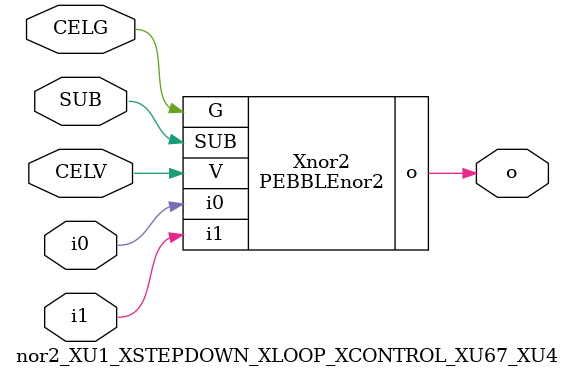
<source format=v>



module PEBBLEnor2 ( o, G, SUB, V, i0, i1 );

  input i0;
  input V;
  input i1;
  input G;
  output o;
  input SUB;
endmodule

//Celera Confidential Do Not Copy nor2_XU1_XSTEPDOWN_XLOOP_XCONTROL_XU67_XU4
//Celera Confidential Symbol Generator
//nor2
module nor2_XU1_XSTEPDOWN_XLOOP_XCONTROL_XU67_XU4 (CELV,CELG,i0,i1,o,SUB);
input CELV;
input CELG;
input i0;
input i1;
input SUB;
output o;

//Celera Confidential Do Not Copy nor2
PEBBLEnor2 Xnor2(
.V (CELV),
.i0 (i0),
.i1 (i1),
.o (o),
.SUB (SUB),
.G (CELG)
);
//,diesize,PEBBLEnor2

//Celera Confidential Do Not Copy Module End
//Celera Schematic Generator
endmodule

</source>
